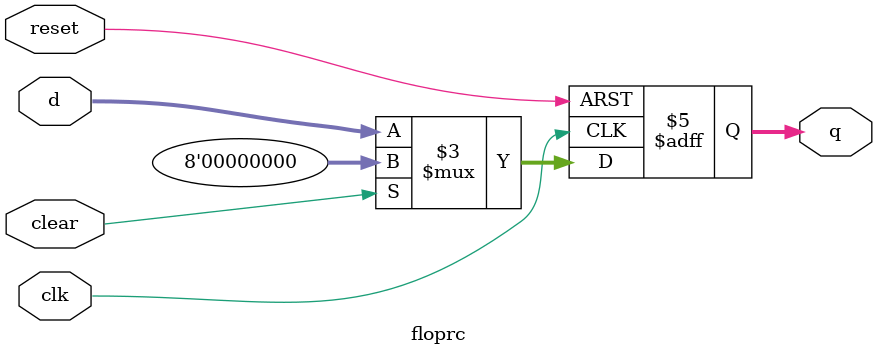
<source format=sv>
`timescale 1ns / 1ps
module floprc #(parameter WIDTH = 8)(
    input  logic             clk, reset, clear,
    input  logic [WIDTH-1:0] d,
    output logic [WIDTH-1:0] q);
    
    always @(posedge clk, posedge reset)
        if (reset) q <=  0;
        else if (clear) q <=  0;
        else q <=  d;
        
endmodule

</source>
